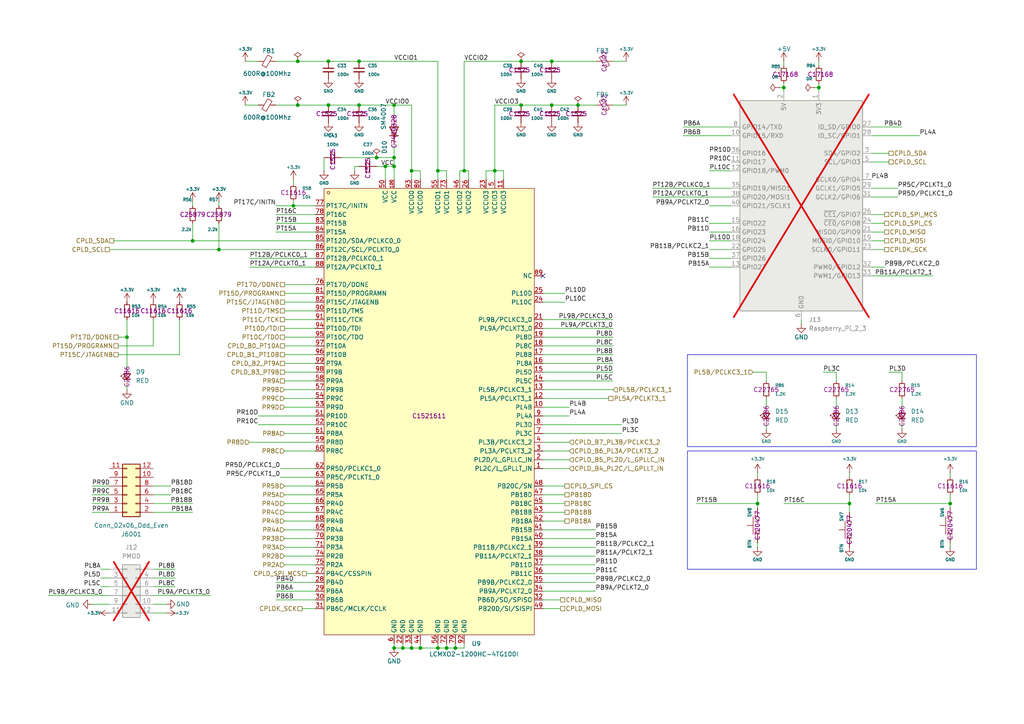
<source format=kicad_sch>
(kicad_sch (version 20250114) (generator "eeschema") (generator_version "9.0")
  (paper "A4")
  (rectangle (start 199.39 130.81) (end 283.21 165.1))
  (rectangle (start 199.39 102.87) (end 283.21 129.54))
  (junction (at 85.09 59.69))
  (junction (at 86.36 30.48))
  (junction (at 143.51 49.53))
  (junction (at 63.5 72.39))
  (junction (at 116.84 187.96))
  (junction (at 55.88 69.85))
  (junction (at 167.64 30.48))
  (junction (at 134.62 49.53))
  (junction (at 121.92 187.96))
  (junction (at 219.71 146.05))
  (junction (at 114.3 30.48))
  (junction (at 246.38 146.05))
  (junction (at 104.14 17.78))
  (junction (at 151.13 30.48))
  (junction (at 151.13 17.78))
  (junction (at 104.14 30.48))
  (junction (at 36.83 97.79))
  (junction (at 119.38 187.96))
  (junction (at 111.76 48.26))
  (junction (at 114.3 48.26))
  (junction (at 275.59 146.05))
  (junction (at 227.33 25.4))
  (junction (at 95.25 17.78))
  (junction (at 114.3 45.72))
  (junction (at 160.02 30.48))
  (junction (at 109.22 45.72))
  (junction (at 127 49.53))
  (junction (at 119.38 49.53))
  (junction (at 129.54 187.96))
  (junction (at 132.08 187.96))
  (junction (at 114.3 187.96))
  (junction (at 95.25 30.48))
  (junction (at 237.49 25.4))
  (junction (at 160.02 17.78))
  (junction (at 86.36 17.78))
  (junction (at 127 187.96))
  (no_connect (at 157.48 80.01))
  (wire (pts (xy 246.38 143.51) (xy 246.38 146.05)))
  (wire (pts (xy 63.5 72.39) (xy 91.44 72.39)))
  (wire (pts (xy 80.01 67.31) (xy 91.44 67.31)))
  (wire (pts (xy 72.39 128.27) (xy 91.44 128.27)))
  (wire (pts (xy 49.53 143.51) (xy 44.45 143.51)))
  (wire (pts (xy 227.33 25.4) (xy 227.33 26.67)))
  (wire (pts (xy 111.76 48.26) (xy 111.76 52.07)))
  (wire (pts (xy 219.71 146.05) (xy 219.71 147.32)))
  (wire (pts (xy 63.5 64.77) (xy 63.5 72.39)))
  (wire (pts (xy 82.55 115.57) (xy 91.44 115.57)))
  (wire (pts (xy 201.93 146.05) (xy 219.71 146.05)))
  (wire (pts (xy 119.38 186.69) (xy 119.38 187.96)))
  (wire (pts (xy 111.76 48.26) (xy 114.3 48.26)))
  (wire (pts (xy 140.97 52.07) (xy 140.97 49.53)))
  (wire (pts (xy 163.83 85.09) (xy 157.48 85.09)))
  (wire (pts (xy 254 146.05) (xy 275.59 146.05)))
  (wire (pts (xy 81.28 138.43) (xy 91.44 138.43)))
  (wire (pts (xy 104.14 17.78) (xy 127 17.78)))
  (wire (pts (xy 80.01 30.48) (xy 86.36 30.48)))
  (wire (pts (xy 219.71 143.51) (xy 219.71 146.05)))
  (wire (pts (xy 95.25 17.78) (xy 104.14 17.78)))
  (wire (pts (xy 36.83 111.76) (xy 36.83 113.03)))
  (wire (pts (xy 270.51 80.01) (xy 252.73 80.01)))
  (wire (pts (xy 237.49 25.4) (xy 237.49 26.67)))
  (wire (pts (xy 74.93 123.19) (xy 91.44 123.19)))
  (wire (pts (xy 205.74 77.47) (xy 212.09 77.47)))
  (wire (pts (xy 236.22 25.4) (xy 237.49 25.4)))
  (wire (pts (xy 34.29 100.33) (xy 44.45 100.33)))
  (wire (pts (xy 88.9 166.37) (xy 91.44 166.37)))
  (wire (pts (xy 143.51 49.53) (xy 143.51 52.07)))
  (wire (pts (xy 172.72 161.29) (xy 157.48 161.29)))
  (wire (pts (xy 82.55 100.33) (xy 91.44 100.33)))
  (wire (pts (xy 74.93 120.65) (xy 91.44 120.65)))
  (wire (pts (xy 49.53 140.97) (xy 44.45 140.97)))
  (wire (pts (xy 261.62 36.83) (xy 252.73 36.83)))
  (wire (pts (xy 127 186.69) (xy 127 187.96)))
  (wire (pts (xy 80.01 168.91) (xy 91.44 168.91)))
  (wire (pts (xy 219.71 137.16) (xy 219.71 138.43)))
  (wire (pts (xy 205.74 74.93) (xy 212.09 74.93)))
  (wire (pts (xy 114.3 41.91) (xy 114.3 45.72)))
  (wire (pts (xy 177.8 110.49) (xy 157.48 110.49)))
  (wire (pts (xy 82.55 118.11) (xy 91.44 118.11)))
  (wire (pts (xy 160.02 17.78) (xy 172.72 17.78)))
  (wire (pts (xy 82.55 153.67) (xy 91.44 153.67)))
  (wire (pts (xy 116.84 186.69) (xy 116.84 187.96)))
  (wire (pts (xy 82.55 158.75) (xy 91.44 158.75)))
  (wire (pts (xy 36.83 92.71) (xy 36.83 97.79)))
  (wire (pts (xy 227.33 17.78) (xy 227.33 19.05)))
  (wire (pts (xy 205.74 49.53) (xy 212.09 49.53)))
  (wire (pts (xy 176.53 115.57) (xy 157.48 115.57)))
  (wire (pts (xy 252.73 64.77) (xy 256.54 64.77)))
  (wire (pts (xy 227.33 146.05) (xy 246.38 146.05)))
  (wire (pts (xy 71.12 30.48) (xy 74.93 30.48)))
  (wire (pts (xy 165.1 133.35) (xy 157.48 133.35)))
  (wire (pts (xy 133.35 52.07) (xy 133.35 49.53)))
  (wire (pts (xy 114.3 30.48) (xy 119.38 30.48)))
  (wire (pts (xy 85.09 58.42) (xy 85.09 59.69)))
  (wire (pts (xy 86.36 30.48) (xy 95.25 30.48)))
  (wire (pts (xy 252.73 72.39) (xy 256.54 72.39)))
  (wire (pts (xy 237.49 17.78) (xy 237.49 19.05)))
  (wire (pts (xy 44.45 165.1) (xy 50.8 165.1)))
  (wire (pts (xy 44.45 167.64) (xy 50.8 167.64)))
  (wire (pts (xy 260.35 54.61) (xy 252.73 54.61)))
  (wire (pts (xy 257.81 107.95) (xy 261.62 107.95)))
  (wire (pts (xy 104.14 30.48) (xy 114.3 30.48)))
  (wire (pts (xy 55.88 146.05) (xy 44.45 146.05)))
  (wire (pts (xy 226.06 25.4) (xy 227.33 25.4)))
  (wire (pts (xy 127 187.96) (xy 129.54 187.96)))
  (wire (pts (xy 127 49.53) (xy 129.54 49.53)))
  (wire (pts (xy 44.45 100.33) (xy 44.45 92.71)))
  (wire (pts (xy 177.8 95.25) (xy 157.48 95.25)))
  (wire (pts (xy 172.72 156.21) (xy 157.48 156.21)))
  (wire (pts (xy 34.29 97.79) (xy 36.83 97.79)))
  (wire (pts (xy 80.01 171.45) (xy 91.44 171.45)))
  (wire (pts (xy 252.73 69.85) (xy 256.54 69.85)))
  (wire (pts (xy 275.59 143.51) (xy 275.59 146.05)))
  (wire (pts (xy 82.55 151.13) (xy 91.44 151.13)))
  (wire (pts (xy 219.71 157.48) (xy 219.71 158.75)))
  (wire (pts (xy 177.8 100.33) (xy 157.48 100.33)))
  (wire (pts (xy 134.62 17.78) (xy 134.62 49.53)))
  (wire (pts (xy 55.88 148.59) (xy 44.45 148.59)))
  (wire (pts (xy 72.39 77.47) (xy 91.44 77.47)))
  (wire (pts (xy 177.8 97.79) (xy 157.48 97.79)))
  (wire (pts (xy 160.02 17.78) (xy 151.13 17.78)))
  (wire (pts (xy 163.83 140.97) (xy 157.48 140.97)))
  (wire (pts (xy 157.48 173.99) (xy 162.56 173.99)))
  (wire (pts (xy 29.21 165.1) (xy 31.75 165.1)))
  (wire (pts (xy 177.8 113.03) (xy 157.48 113.03)))
  (wire (pts (xy 237.49 24.13) (xy 237.49 25.4)))
  (wire (pts (xy 275.59 146.05) (xy 275.59 147.32)))
  (wire (pts (xy 26.67 175.26) (xy 31.75 175.26)))
  (wire (pts (xy 177.8 107.95) (xy 157.48 107.95)))
  (wire (pts (xy 119.38 187.96) (xy 121.92 187.96)))
  (wire (pts (xy 114.3 45.72) (xy 114.3 48.26)))
  (wire (pts (xy 227.33 24.13) (xy 227.33 25.4)))
  (wire (pts (xy 172.72 153.67) (xy 157.48 153.67)))
  (wire (pts (xy 82.55 105.41) (xy 91.44 105.41)))
  (wire (pts (xy 127 17.78) (xy 127 49.53)))
  (wire (pts (xy 44.45 170.18) (xy 50.8 170.18)))
  (wire (pts (xy 82.55 140.97) (xy 91.44 140.97)))
  (wire (pts (xy 82.55 143.51) (xy 91.44 143.51)))
  (wire (pts (xy 82.55 113.03) (xy 91.44 113.03)))
  (wire (pts (xy 218.44 107.95) (xy 222.25 107.95)))
  (wire (pts (xy 82.55 163.83) (xy 91.44 163.83)))
  (wire (pts (xy 82.55 102.87) (xy 91.44 102.87)))
  (wire (pts (xy 114.3 187.96) (xy 116.84 187.96)))
  (wire (pts (xy 81.28 135.89) (xy 91.44 135.89)))
  (wire (pts (xy 114.3 48.26) (xy 114.3 52.07)))
  (wire (pts (xy 205.74 69.85) (xy 212.09 69.85)))
  (wire (pts (xy 119.38 49.53) (xy 119.38 52.07)))
  (wire (pts (xy 129.54 52.07) (xy 129.54 49.53)))
  (wire (pts (xy 93.98 45.72) (xy 93.98 49.53)))
  (wire (pts (xy 114.3 34.29) (xy 114.3 30.48)))
  (wire (pts (xy 36.83 97.79) (xy 36.83 106.68)))
  (wire (pts (xy 82.55 107.95) (xy 91.44 107.95)))
  (wire (pts (xy 13.97 172.72) (xy 31.75 172.72)))
  (wire (pts (xy 181.61 17.78) (xy 177.8 17.78)))
  (wire (pts (xy 26.67 146.05) (xy 31.75 146.05)))
  (wire (pts (xy 82.55 146.05) (xy 91.44 146.05)))
  (wire (pts (xy 189.23 57.15) (xy 212.09 57.15)))
  (wire (pts (xy 109.22 45.72) (xy 114.3 45.72)))
  (wire (pts (xy 172.72 166.37) (xy 157.48 166.37)))
  (wire (pts (xy 80.01 59.69) (xy 85.09 59.69)))
  (wire (pts (xy 242.57 107.95) (xy 242.57 110.49)))
  (wire (pts (xy 114.3 186.69) (xy 114.3 187.96)))
  (wire (pts (xy 177.8 105.41) (xy 157.48 105.41)))
  (wire (pts (xy 82.55 156.21) (xy 91.44 156.21)))
  (wire (pts (xy 143.51 30.48) (xy 151.13 30.48)))
  (wire (pts (xy 127 49.53) (xy 127 52.07)))
  (wire (pts (xy 275.59 137.16) (xy 275.59 138.43)))
  (wire (pts (xy 165.1 130.81) (xy 157.48 130.81)))
  (wire (pts (xy 165.1 135.89) (xy 157.48 135.89)))
  (wire (pts (xy 205.74 64.77) (xy 212.09 64.77)))
  (wire (pts (xy 180.34 123.19) (xy 157.48 123.19)))
  (wire (pts (xy 134.62 186.69) (xy 134.62 187.96)))
  (wire (pts (xy 172.72 158.75) (xy 157.48 158.75)))
  (wire (pts (xy 82.55 130.81) (xy 91.44 130.81)))
  (wire (pts (xy 242.57 115.57) (xy 242.57 118.11)))
  (wire (pts (xy 172.72 163.83) (xy 157.48 163.83)))
  (wire (pts (xy 26.67 148.59) (xy 31.75 148.59)))
  (wire (pts (xy 163.83 143.51) (xy 157.48 143.51)))
  (wire (pts (xy 181.61 30.48) (xy 177.8 30.48)))
  (wire (pts (xy 102.87 49.53) (xy 102.87 48.26)))
  (wire (pts (xy 163.83 87.63) (xy 157.48 87.63)))
  (wire (pts (xy 134.62 17.78) (xy 151.13 17.78)))
  (wire (pts (xy 222.25 123.19) (xy 222.25 124.46)))
  (wire (pts (xy 102.87 48.26) (xy 104.14 48.26)))
  (wire (pts (xy 52.07 102.87) (xy 52.07 92.71)))
  (wire (pts (xy 44.45 175.26) (xy 48.26 175.26)))
  (wire (pts (xy 135.89 49.53) (xy 135.89 52.07)))
  (wire (pts (xy 80.01 17.78) (xy 86.36 17.78)))
  (wire (pts (xy 172.72 171.45) (xy 157.48 171.45)))
  (wire (pts (xy 163.83 146.05) (xy 157.48 146.05)))
  (wire (pts (xy 82.55 110.49) (xy 91.44 110.49)))
  (wire (pts (xy 121.92 187.96) (xy 127 187.96)))
  (wire (pts (xy 198.12 36.83) (xy 212.09 36.83)))
  (wire (pts (xy 82.55 82.55) (xy 91.44 82.55)))
  (wire (pts (xy 86.36 17.78) (xy 95.25 17.78)))
  (wire (pts (xy 119.38 49.53) (xy 121.92 49.53)))
  (wire (pts (xy 72.39 74.93) (xy 91.44 74.93)))
  (wire (pts (xy 82.55 97.79) (xy 91.44 97.79)))
  (wire (pts (xy 95.25 30.48) (xy 104.14 30.48)))
  (wire (pts (xy 180.34 125.73) (xy 157.48 125.73)))
  (wire (pts (xy 266.7 39.37) (xy 252.73 39.37)))
  (wire (pts (xy 26.67 143.51) (xy 31.75 143.51)))
  (wire (pts (xy 205.74 67.31) (xy 212.09 67.31)))
  (wire (pts (xy 116.84 187.96) (xy 119.38 187.96)))
  (wire (pts (xy 80.01 64.77) (xy 91.44 64.77)))
  (wire (pts (xy 82.55 161.29) (xy 91.44 161.29)))
  (wire (pts (xy 82.55 85.09) (xy 91.44 85.09)))
  (wire (pts (xy 167.64 30.48) (xy 172.72 30.48)))
  (wire (pts (xy 82.55 90.17) (xy 91.44 90.17)))
  (wire (pts (xy 261.62 115.57) (xy 261.62 118.11)))
  (wire (pts (xy 80.01 62.23) (xy 91.44 62.23)))
  (wire (pts (xy 222.25 115.57) (xy 222.25 118.11)))
  (wire (pts (xy 177.8 92.71) (xy 157.48 92.71)))
  (wire (pts (xy 260.35 57.15) (xy 252.73 57.15)))
  (wire (pts (xy 29.21 170.18) (xy 31.75 170.18)))
  (wire (pts (xy 63.5 58.42) (xy 63.5 59.69)))
  (wire (pts (xy 222.25 107.95) (xy 222.25 110.49)))
  (wire (pts (xy 87.63 176.53) (xy 91.44 176.53)))
  (wire (pts (xy 80.01 173.99) (xy 91.44 173.99)))
  (wire (pts (xy 163.83 151.13) (xy 157.48 151.13)))
  (wire (pts (xy 26.67 140.97) (xy 31.75 140.97)))
  (wire (pts (xy 246.38 146.05) (xy 246.38 148.59)))
  (wire (pts (xy 252.73 62.23) (xy 256.54 62.23)))
  (wire (pts (xy 85.09 59.69) (xy 91.44 59.69)))
  (wire (pts (xy 165.1 128.27) (xy 157.48 128.27)))
  (wire (pts (xy 163.83 148.59) (xy 157.48 148.59)))
  (wire (pts (xy 165.1 120.65) (xy 157.48 120.65)))
  (wire (pts (xy 140.97 49.53) (xy 143.51 49.53)))
  (wire (pts (xy 160.02 30.48) (xy 151.13 30.48)))
  (wire (pts (xy 167.64 30.48) (xy 160.02 30.48)))
  (wire (pts (xy 85.09 52.07) (xy 85.09 53.34)))
  (wire (pts (xy 143.51 30.48) (xy 143.51 49.53)))
  (wire (pts (xy 29.21 167.64) (xy 31.75 167.64)))
  (wire (pts (xy 119.38 30.48) (xy 119.38 49.53)))
  (wire (pts (xy 146.05 49.53) (xy 146.05 52.07)))
  (wire (pts (xy 31.75 72.39) (xy 63.5 72.39)))
  (wire (pts (xy 44.45 177.8) (xy 48.26 177.8)))
  (wire (pts (xy 82.55 87.63) (xy 91.44 87.63)))
  (wire (pts (xy 261.62 107.95) (xy 261.62 110.49)))
  (wire (pts (xy 99.06 45.72) (xy 109.22 45.72)))
  (wire (pts (xy 252.73 67.31) (xy 256.54 67.31)))
  (wire (pts (xy 198.12 39.37) (xy 212.09 39.37)))
  (wire (pts (xy 132.08 186.69) (xy 132.08 187.96)))
  (wire (pts (xy 275.59 157.48) (xy 275.59 158.75)))
  (wire (pts (xy 121.92 186.69) (xy 121.92 187.96)))
  (wire (pts (xy 33.02 69.85) (xy 55.88 69.85)))
  (wire (pts (xy 134.62 49.53) (xy 135.89 49.53)))
  (wire (pts (xy 55.88 64.77) (xy 55.88 69.85)))
  (wire (pts (xy 82.55 92.71) (xy 91.44 92.71)))
  (wire (pts (xy 246.38 137.16) (xy 246.38 138.43)))
  (wire (pts (xy 55.88 69.85) (xy 91.44 69.85)))
  (wire (pts (xy 165.1 118.11) (xy 157.48 118.11)))
  (wire (pts (xy 55.88 58.42) (xy 55.88 59.69)))
  (wire (pts (xy 257.81 44.45) (xy 252.73 44.45)))
  (wire (pts (xy 121.92 49.53) (xy 121.92 52.07)))
  (wire (pts (xy 261.62 123.19) (xy 261.62 124.46)))
  (wire (pts (xy 242.57 123.19) (xy 242.57 124.46)))
  (wire (pts (xy 71.12 17.78) (xy 74.93 17.78)))
  (wire (pts (xy 162.56 176.53) (xy 157.48 176.53)))
  (wire (pts (xy 189.23 54.61) (xy 212.09 54.61)))
  (wire (pts (xy 177.8 102.87) (xy 157.48 102.87)))
  (wire (pts (xy 129.54 187.96) (xy 132.08 187.96)))
  (wire (pts (xy 257.81 46.99) (xy 252.73 46.99)))
  (wire (pts (xy 132.08 187.96) (xy 134.62 187.96)))
  (wire (pts (xy 143.51 49.53) (xy 146.05 49.53)))
  (wire (pts (xy 232.41 92.71) (xy 232.41 93.98)))
  (wire (pts (xy 256.54 77.47) (xy 252.73 77.47)))
  (wire (pts (xy 172.72 168.91) (xy 157.48 168.91)))
  (wire (pts (xy 238.76 107.95) (xy 242.57 107.95)))
  (wire (pts (xy 133.35 49.53) (xy 134.62 49.53)))
  (wire (pts (xy 109.22 48.26) (xy 111.76 48.26)))
  (wire (pts (xy 82.55 148.59) (xy 91.44 148.59)))
  (wire (pts (xy 82.55 95.25) (xy 91.44 95.25)))
  (wire (pts (xy 34.29 102.87) (xy 52.07 102.87)))
  (wire (pts (xy 129.54 186.69) (xy 129.54 187.96)))
  (wire (pts (xy 205.74 72.39) (xy 212.09 72.39)))
  (wire (pts (xy 205.74 59.69) (xy 212.09 59.69)))
  (wire (pts (xy 60.96 172.72) (xy 44.45 172.72)))
  (wire (pts (xy 82.55 125.73) (xy 91.44 125.73)))
  (label "PL8B" (at 50.8 165.1 180))
  (label "PB11A/PCLKT2_1" (at 172.72 161.29 0))
  (label "PB6B" (at 80.01 173.99 0))
  (label "PT12A/PCLKT0_1" (at 189.23 57.15 0))
  (label "PL10D" (at 163.83 85.09 0))
  (label "PT15B" (at 201.93 146.05 0))
  (label "PB6A" (at 80.01 171.45 0))
  (label "PB9B/PCLKC2_0" (at 172.72 168.91 0))
  (label "PB15B" (at 205.74 74.93 180))
  (label "PT12A/PCLKT0_1" (at 72.39 77.47 0))
  (label "PR10C" (at 74.93 123.19 180))
  (label "PL10D" (at 205.74 69.85 0))
  (label "PL3D" (at 180.34 123.19 0))
  (label "PT17C/INITN" (at 80.01 59.69 180))
  (label "PR5D/PCLKC1_0" (at 260.35 57.15 0))
  (label "PR9D" (at 26.67 140.97 0))
  (label "PR5D/PCLKC1_0" (at 81.28 135.89 180))
  (label "PT12B/PCLKC0_1" (at 189.23 54.61 0))
  (label "PL4A" (at 165.1 120.65 0))
  (label "PB11D" (at 172.72 163.83 0))
  (label "PR5C/PCLKT1_0" (at 81.28 138.43 180))
  (label "PR9C" (at 26.67 143.51 0))
  (label "PB18A" (at 55.88 148.59 180))
  (label "PL8C" (at 50.8 170.18 180))
  (label "PR9B" (at 26.67 146.05 0))
  (label "PB4D" (at 261.62 36.83 180))
  (label "PB6A" (at 198.12 36.83 0))
  (label "PL4A" (at 266.7 39.37 0))
  (label "PR9A" (at 26.67 148.59 0))
  (label "PB18D" (at 49.53 140.97 0))
  (label "PL5D" (at 177.8 107.95 180))
  (label "PL9B/PCLKC3_0" (at 13.97 172.72 0))
  (label "PB11C" (at 205.74 64.77 180))
  (label "VCCIO2" (at 134.62 17.78 0))
  (label "PB4D" (at 80.01 168.91 0))
  (label "PR10D" (at 74.93 120.65 180))
  (label "PL8B" (at 177.8 102.87 180))
  (label "PB6B" (at 198.12 39.37 0))
  (label "PB9B/PCLKC2_0" (at 256.54 77.47 0))
  (label "PL5C" (at 29.21 170.18 180))
  (label "PB11D" (at 205.74 67.31 180))
  (label "PL5D" (at 29.21 167.64 180))
  (label "PL8D" (at 177.8 97.79 180))
  (label "PL9A/PCLKT3_0" (at 177.8 95.25 180))
  (label "PB9A/PCLKT2_0" (at 172.72 171.45 0))
  (label "PB15B" (at 172.72 153.67 0))
  (label "PB11B/PCLKC2_1" (at 205.74 72.39 180))
  (label "PL3D" (at 257.81 107.95 0))
  (label "PB9A/PCLKT2_0" (at 205.74 59.69 180))
  (label "PT15B" (at 80.01 64.77 0))
  (label "PL3C" (at 238.76 107.95 0))
  (label "PL4B" (at 252.73 52.07 0))
  (label "PT15A" (at 254 146.05 0))
  (label "PB11A/PCLKT2_1" (at 270.51 80.01 180))
  (label "PL9B/PCLKC3_0" (at 177.8 92.71 180))
  (label "PT16C" (at 80.01 62.23 0))
  (label "VCCIO3" (at 143.51 30.48 0))
  (label "PL9A/PCLKT3_0" (at 60.96 172.72 180))
  (label "PT12B/PCLKC0_1" (at 72.39 74.93 0))
  (label "PL10C" (at 163.83 87.63 0))
  (label "VCCIO0" (at 111.76 30.48 0))
  (label "PL8A" (at 29.21 165.1 180))
  (label "PL4B" (at 165.1 118.11 0))
  (label "PB15A" (at 172.72 156.21 0))
  (label "PL8D" (at 50.8 167.64 180))
  (label "PR5C/PCLKT1_0" (at 260.35 54.61 0))
  (label "PB15A" (at 205.74 77.47 180))
  (label "PL8A" (at 177.8 105.41 180))
  (label "VCC" (at 110.49 48.26 0))
  (label "PB11B/PCLKC2_1" (at 172.72 158.75 0))
  (label "PB18B" (at 55.88 146.05 180))
  (label "PL5C" (at 177.8 110.49 180))
  (label "PR10C" (at 212.09 46.99 180))
  (label "PB18C" (at 49.53 143.51 0))
  (label "PL8C" (at 177.8 100.33 180))
  (label "PB11C" (at 172.72 166.37 0))
  (label "PL3C" (at 180.34 125.73 0))
  (label "PL10C" (at 205.74 49.53 0))
  (label "PT16C" (at 227.33 146.05 0))
  (label "VCCIO1" (at 114.3 17.78 0))
  (label "PT15A" (at 80.01 67.31 0))
  (label "PR10D" (at 212.09 44.45 180))
  (hierarchical_label "CPLD_B0_PT10A" (shape passive) (at 82.55 100.33 180))
  (hierarchical_label "PR9A" (shape passive) (at 82.55 110.49 180))
  (hierarchical_label "PR9B" (shape input) (at 82.55 113.03 180))
  (hierarchical_label "CPLD_SDA" (shape passive) (at 33.02 69.85 180))
  (hierarchical_label "PB18A" (shape passive) (at 163.83 151.13 0))
  (hierarchical_label "PR8C" (shape input) (at 82.55 130.81 180))
  (hierarchical_label "PR2A" (shape input) (at 82.55 163.83 180))
  (hierarchical_label "CPLD_SPI_MCS" (shape passive) (at 256.54 62.23 0))
  (hierarchical_label "PR3A" (shape input) (at 82.55 158.75 180))
  (hierarchical_label "CPLD_MISO" (shape passive) (at 256.54 67.31 0))
  (hierarchical_label "PR4B" (shape input) (at 82.55 151.13 180))
  (hierarchical_label "PR2B" (shape input) (at 82.55 161.29 180))
  (hierarchical_label "PT11C/TCK" (shape passive) (at 82.55 92.71 180))
  (hierarchical_label "CPLD_SDA" (shape passive) (at 257.81 44.45 0))
  (hierarchical_label "PR9D" (shape input) (at 82.55 118.11 180))
  (hierarchical_label "PR9C" (shape input) (at 82.55 115.57 180))
  (hierarchical_label "PR5B" (shape input) (at 82.55 140.97 180))
  (hierarchical_label "CPLD_B7_PL3B{slash}PCLKC3_2" (shape input) (at 165.1 128.27 0))
  (hierarchical_label "PT11D/TMS" (shape passive) (at 82.55 90.17 180))
  (hierarchical_label "PB18C" (shape passive) (at 163.83 146.05 0))
  (hierarchical_label "PR8A" (shape input) (at 82.55 125.73 180))
  (hierarchical_label "PT15C/JTAGENB" (shape passive) (at 82.55 87.63 180))
  (hierarchical_label "CPLD_MOSI" (shape passive) (at 162.56 176.53 0))
  (hierarchical_label "PR8D" (shape input) (at 72.39 128.27 180))
  (hierarchical_label "CPLD_MOSI" (shape passive) (at 256.54 69.85 0))
  (hierarchical_label "PT17D/DONE" (shape passive) (at 34.29 97.79 180))
  (hierarchical_label "CPLD_B1_PT10B" (shape passive) (at 82.55 102.87 180))
  (hierarchical_label "PT15D/PROGRAMN" (shape passive) (at 34.29 100.33 180))
  (hierarchical_label "PL5B{slash}PCLKC3_1" (shape input) (at 177.8 113.03 0))
  (hierarchical_label "PR4D" (shape input) (at 82.55 146.05 180))
  (hierarchical_label "PT10C/TDO" (shape passive) (at 82.55 97.79 180))
  (hierarchical_label "CPLD_SPI_MCS" (shape passive) (at 88.9 166.37 180))
  (hierarchical_label "CPLD_SPI_CS" (shape passive) (at 163.83 140.97 0))
  (hierarchical_label "PT15D/PROGRAMN" (shape passive) (at 82.55 85.09 180))
  (hierarchical_label "PT10D/TDI" (shape passive) (at 82.55 95.25 180))
  (hierarchical_label "CPLD_B6_PL3A{slash}PCLKT3_2" (shape input) (at 165.1 130.81 0))
  (hierarchical_label "CPLD_B3_PT9B" (shape passive) (at 82.55 107.95 180))
  (hierarchical_label "CPLDK_SCK" (shape passive) (at 256.54 72.39 0))
  (hierarchical_label "CPLD_SCL" (shape passive) (at 31.75 72.39 180))
  (hierarchical_label "CPLD_MISO" (shape passive) (at 162.56 173.99 0))
  (hierarchical_label "CPLD_SPI_CS" (shape passive) (at 256.54 64.77 0))
  (hierarchical_label "PR4A" (shape input) (at 82.55 153.67 180))
  (hierarchical_label "PB18D" (shape passive) (at 163.83 143.51 0))
  (hierarchical_label "PT17D/DONE" (shape passive) (at 82.55 82.55 180))
  (hierarchical_label "CPLD_B2_PT9A" (shape passive) (at 82.55 105.41 180))
  (hierarchical_label "PT15C/JTAGENB" (shape passive) (at 34.29 102.87 180))
  (hierarchical_label "PL5A/PCLKT3_1" (shape passive) (at 176.53 115.57 0))
  (hierarchical_label "PR5A" (shape input) (at 82.55 143.51 180))
  (hierarchical_label "CPLDK_SCK" (shape passive) (at 87.63 176.53 180))
  (hierarchical_label "CPLD_SCL" (shape passive) (at 257.81 46.99 0))
  (hierarchical_label "PR3B" (shape input) (at 82.55 156.21 180))
  (hierarchical_label "PR4C" (shape input) (at 82.55 148.59 180))
  (hierarchical_label "CPLD_B5_PL2D{slash}L_GPLLC_IN" (shape input) (at 165.1 133.35 0))
  (hierarchical_label "PB18B" (shape passive) (at 163.83 148.59 0))
  (hierarchical_label "PL5B{slash}PCLKC3_1" (shape input) (at 218.44 107.95 180))
  (hierarchical_label "CPLD_B4_PL2C{slash}L_GPLLT_IN" (shape input) (at 165.1 135.89 0))
  (symbol (lib_id "Switch:SW_Push") (at 275.59 152.4 90) (unit 1)
    (property "Reference" "SW6" (at 273.304 148.59 0) (effects (font (size 0.889 0.889))))
    (property "Value" "BTN" (at 273.304 157.734 0) (effects (font (size 0.889 0.889))))
    (property "Footprint" "EasyEDA_Lib:SW-SMD_L3.9-W3.0-P4.45" (effects (hide yes)))
    (property "Description" "Push button switch, generic, two pins" (effects (hide yes)))
    (property "LCSC" "C720477" (at 275.59 152.4 0))
  )
  (symbol (lib_id "power:+3.3V") (at 181.61 30.48 0) (mirror y) (unit 1)
    (property "Reference" "#PWR0133" (effects (hide yes)))
    (property "Value" "+3.3V" (at 181.61 26.924 0) (effects (font (size 0.889 0.889))))
    (property "Description" "Power symbol creates a global label with name \"+3.3V\"" (effects (hide yes)))
  )
  (symbol (lib_id "Device:C_Small") (at 160.02 33.02 0) (mirror y) (unit 1)
    (property "Reference" "C41" (at 157.48 31.7562 0) (effects (font (size 0.889 0.889)) (justify left)))
    (property "Value" "100n" (at 157.48 34.2962 0) (effects (font (size 0.889 0.889)) (justify left)))
    (property "Footprint" "Capacitor_SMD:C_0402_1005Metric" (effects (hide yes)))
    (property "Description" "Unpolarized capacitor, small symbol" (effects (hide yes)))
    (property "LCSC" "C1525 " (at 160.02 33.02 0))
  )
  (symbol (lib_id "power:GND") (at 36.83 113.03 0) (unit 1)
    (property "Reference" "#PWR0111" (effects (hide yes)))
    (property "Value" "GND" (at 36.83 116.84 0))
    (property "Description" "Power symbol creates a global label with name \"GND\" , ground" (effects (hide yes)))
  )
  (symbol (lib_id "power:+3.3V") (at 181.61 17.78 0) (mirror y) (unit 1)
    (property "Reference" "#PWR0132" (effects (hide yes)))
    (property "Value" "+3.3V" (at 181.61 14.224 0) (effects (font (size 0.889 0.889))))
    (property "Description" "Power symbol creates a global label with name \"+3.3V\"" (effects (hide yes)))
  )
  (symbol (lib_id "Device:R_Small") (at 246.38 140.97 0) (unit 1)
    (property "Reference" "R17" (at 248.92 139.6999 0) (effects (font (size 0.889 0.889)) (justify left)))
    (property "Value" "10k" (at 248.92 142.2399 0) (effects (font (size 0.889 0.889)) (justify left)))
    (property "Footprint" "Resistor_SMD:R_0402_1005Metric" (effects (hide yes)))
    (property "Description" "Resistor, small symbol" (effects (hide yes)))
    (property "LCSC" "C11616" (at 246.38 140.97 0))
  )
  (symbol (lib_id "Device:C_Small") (at 104.14 20.32 0) (unit 1)
    (property "Reference" "C35" (at 106.68 19.0562 0) (effects (font (size 0.889 0.889)) (justify left)))
    (property "Value" "100n" (at 106.68 21.5962 0) (effects (font (size 0.889 0.889)) (justify left)))
    (property "Footprint" "Capacitor_SMD:C_0402_1005Metric" (effects (hide yes)))
    (property "Description" "Unpolarized capacitor, small symbol" (effects (hide yes)))
    (property "LCSC" "C1525 " (effects (hide yes)))
  )
  (symbol (lib_id "power:GND") (at 167.64 35.56 0) (mirror y) (unit 1)
    (property "Reference" "#PWR0131" (effects (hide yes)))
    (property "Value" "GND" (at 167.64 39.116 0) (effects (font (size 0.889 0.889))))
    (property "Description" "Power symbol creates a global label with name \"GND\" , ground" (effects (hide yes)))
  )
  (symbol (lib_id "power:+3.3V") (at 85.09 52.07 0) (unit 1)
    (property "Reference" "#PWR0120" (effects (hide yes)))
    (property "Value" "+3.3V" (at 85.09 48.514 0) (effects (font (size 0.889 0.889))))
    (property "Description" "Power symbol creates a global label with name \"+3.3V\"" (effects (hide yes)))
  )
  (symbol (lib_id "power:GND") (at 95.25 35.56 0) (unit 1)
    (property "Reference" "#PWR0122" (effects (hide yes)))
    (property "Value" "GND" (at 95.25 39.116 0) (effects (font (size 0.889 0.889))))
    (property "Description" "Power symbol creates a global label with name \"GND\" , ground" (effects (hide yes)))
  )
  (symbol (lib_id "power:+3.3V") (at 71.12 17.78 0) (unit 1)
    (property "Reference" "#PWR0118" (effects (hide yes)))
    (property "Value" "+3.3V" (at 71.12 14.224 0) (effects (font (size 0.889 0.889))))
    (property "Description" "Power symbol creates a global label with name \"+3.3V\"" (effects (hide yes)))
  )
  (symbol (lib_id "Connector_Generic:Conn_02x06_Odd_Even") (at 36.83 170.18 0) (unit 1) (in_bom no) (dnp yes)
    (property "Reference" "J12" (at 38.1 158.75 0))
    (property "Value" "PMOD" (at 38.1 161.29 0))
    (property "Footprint" "Connector_PinSocket_2.54mm:PinSocket_2x06_P2.54mm_Horizontal" (effects (hide yes)))
    (property "Description" "Generic connector, double row, 02x06, odd/even pin numbering scheme (row 1 odd numbers, row 2 even numbers), script generated (kicad-library-utils/schlib/autogen/connector/)" (effects (hide yes)))
    (property "LCSC" "~" (at 36.83 170.18 0))
  )
  (symbol (lib_id "power:+3.3V") (at 31.75 177.8 90) (unit 1)
    (property "Reference" "#PWR0109" (effects (hide yes)))
    (property "Value" "+3.3V" (at 27.178 177.8 90) (effects (font (size 0.889 0.889))))
    (property "Description" "Power symbol creates a global label with name \"+3.3V\"" (effects (hide yes)))
  )
  (symbol (lib_id "power:GND") (at 219.71 158.75 0) (unit 1)
    (property "Reference" "#PWR0171" (effects (hide yes)))
    (property "Value" "GND" (at 219.71 162.306 0) (effects (font (size 0.889 0.889))))
    (property "Description" "Power symbol creates a global label with name \"GND\" , ground" (effects (hide yes)))
  )
  (symbol (lib_id "power:GND") (at 95.25 22.86 0) (unit 1)
    (property "Reference" "#PWR0140" (effects (hide yes)))
    (property "Value" "GND" (at 95.25 26.416 0) (effects (font (size 0.889 0.889))))
    (property "Description" "Power symbol creates a global label with name \"GND\" , ground" (effects (hide yes)))
  )
  (symbol (lib_id "power:PWR_FLAG") (at 151.13 17.78 0) (unit 1)
    (property "Reference" "#FLG06003" (effects (hide yes)))
    (property "Value" "PWR_FLAG" (effects (hide yes)))
    (property "Description" "Special symbol for telling ERC where power comes from" (effects (hide yes)))
  )
  (symbol (lib_id "power:GND") (at 275.59 158.75 0) (unit 1)
    (property "Reference" "#PWR035" (effects (hide yes)))
    (property "Value" "GND" (at 275.59 162.306 0) (effects (font (size 0.889 0.889))))
    (property "Description" "Power symbol creates a global label with name \"GND\" , ground" (effects (hide yes)))
  )
  (symbol (lib_id "power:+3.3V") (at 36.83 87.63 0) (unit 1)
    (property "Reference" "#PWR0110" (effects (hide yes)))
    (property "Value" "+3.3V" (at 36.83 84.074 0) (effects (font (size 0.889 0.889))))
    (property "Description" "Power symbol creates a global label with name \"+3.3V\"" (effects (hide yes)))
  )
  (symbol (lib_id "Device:FerriteBead_Small") (at 175.26 17.78 270) (mirror x) (unit 1)
    (property "Reference" "FB3" (at 174.752 14.732 90))
    (property "Value" "600R@100Mhz" (effects (hide yes)))
    (property "Footprint" "Inductor_SMD:L_0603_1608Metric" (effects (hide yes)))
    (property "Description" "Ferrite bead, small symbol" (effects (hide yes)))
    (property "LCSC" "C1002" (at 175.26 17.78 0))
  )
  (symbol (lib_id "Device:LED_Small") (at 242.57 120.65 90) (unit 1)
    (property "Reference" "D13" (at 245.11 119.3164 90) (effects (justify right)))
    (property "Value" "RED" (at 245.11 121.8564 90) (effects (justify right)))
    (property "Footprint" "LED_SMD:LED_0603_1608Metric" (effects (hide yes)))
    (property "Description" "Light emitting diode, small symbol" (effects (hide yes)))
    (property "LCSC" "C2286" (at 242.57 120.65 0))
  )
  (symbol (lib_id "power:GND") (at 160.02 22.86 0) (mirror y) (unit 1)
    (property "Reference" "#PWR0129" (effects (hide yes)))
    (property "Value" "GND" (at 160.02 26.416 0) (effects (font (size 0.889 0.889))))
    (property "Description" "Power symbol creates a global label with name \"GND\" , ground" (effects (hide yes)))
  )
  (symbol (lib_id "Device:LED_Small") (at 222.25 120.65 90) (unit 1)
    (property "Reference" "D15" (at 224.79 119.3164 90) (effects (justify right)))
    (property "Value" "RED" (at 224.79 121.8564 90) (effects (justify right)))
    (property "Footprint" "LED_SMD:LED_0603_1608Metric" (effects (hide yes)))
    (property "Description" "Light emitting diode, small symbol" (effects (hide yes)))
    (property "LCSC" "C2286" (at 222.25 120.65 0))
  )
  (symbol (lib_id "Device:R_Small") (at 63.5 62.23 180) (unit 1)
    (property "Reference" "R57" (at 61.976 57.912 0) (effects (font (size 0.889 0.889))))
    (property "Value" "2.2k" (at 61.722 66.548 0) (effects (font (size 0.889 0.889))))
    (property "Footprint" "Resistor_SMD:R_0402_1005Metric" (effects (hide yes)))
    (property "Description" "Resistor, small symbol" (effects (hide yes)))
    (property "LCSC" "C25879" (at 63.5 62.23 0))
  )
  (symbol (lib_id "power:+3.3V") (at 63.5 58.42 0) (unit 1)
    (property "Reference" "#PWR0117" (effects (hide yes)))
    (property "Value" "+3.3V" (at 63.5 54.864 0) (effects (font (size 0.889 0.889))))
    (property "Description" "Power symbol creates a global label with name \"+3.3V\"" (effects (hide yes)))
  )
  (symbol (lib_id "power:+3.3V") (at 275.59 137.16 0) (unit 1)
    (property "Reference" "#PWR036" (effects (hide yes)))
    (property "Value" "+3.3V" (at 275.59 133.096 0) (effects (font (size 0.889 0.889))))
    (property "Description" "Power symbol creates a global label with name \"+3.3V\"" (effects (hide yes)))
  )
  (symbol (lib_id "power:GND") (at 114.3 187.96 0) (unit 1)
    (property "Reference" "#PWR0126" (effects (hide yes)))
    (property "Value" "GND" (at 114.3 191.77 0))
    (property "Description" "Power symbol creates a global label with name \"GND\" , ground" (effects (hide yes)))
  )
  (symbol (lib_id "Device:C_Small") (at 167.64 33.02 0) (mirror y) (unit 1)
    (property "Reference" "C42" (at 165.1 31.7562 0) (effects (font (size 0.889 0.889)) (justify left)))
    (property "Value" "100n" (at 165.1 34.2962 0) (effects (font (size 0.889 0.889)) (justify left)))
    (property "Footprint" "Capacitor_SMD:C_0402_1005Metric" (effects (hide yes)))
    (property "Description" "Unpolarized capacitor, small symbol" (effects (hide yes)))
    (property "LCSC" "C1525 " (at 167.64 33.02 0))
  )
  (symbol (lib_id "Device:R_Small") (at 227.33 21.59 180) (unit 1)
    (property "Reference" "R85" (at 225.044 19.304 0) (effects (font (size 0.889 0.889))))
    (property "Value" "0R" (at 224.79 22.352 0) (effects (font (size 0.889 0.889))))
    (property "Footprint" "Resistor_SMD:R_0402_1005Metric" (effects (hide yes)))
    (property "Description" "Resistor, small symbol" (effects (hide yes)))
    (property "LCSC" " C17168" (at 227.33 21.59 0))
  )
  (symbol (lib_id "power:GND") (at 93.98 49.53 0) (unit 1)
    (property "Reference" "#PWR0137" (effects (hide yes)))
    (property "Value" "GND" (at 93.98 53.086 0) (effects (font (size 0.889 0.889))))
    (property "Description" "Power symbol creates a global label with name \"GND\" , ground" (effects (hide yes)))
  )
  (symbol (lib_id "Device:FerriteBead_Small") (at 77.47 30.48 90) (unit 1)
    (property "Reference" "FB2" (at 77.978 27.432 90))
    (property "Value" "600R@100Mhz" (at 77.47 34.036 90))
    (property "Footprint" "Inductor_SMD:L_0603_1608Metric" (effects (hide yes)))
    (property "Description" "Ferrite bead, small symbol" (effects (hide yes)))
    (property "LCSC" "C1002" (effects (hide yes)))
  )
  (symbol (lib_id "power:GND") (at 160.02 35.56 0) (mirror y) (unit 1)
    (property "Reference" "#PWR0130" (effects (hide yes)))
    (property "Value" "GND" (at 160.02 39.116 0) (effects (font (size 0.889 0.889))))
    (property "Description" "Power symbol creates a global label with name \"GND\" , ground" (effects (hide yes)))
  )
  (symbol (lib_id "power:+3.3V") (at 44.45 87.63 0) (unit 1)
    (property "Reference" "#PWR0112" (effects (hide yes)))
    (property "Value" "+3.3V" (at 44.45 84.074 0) (effects (font (size 0.889 0.889))))
    (property "Description" "Power symbol creates a global label with name \"+3.3V\"" (effects (hide yes)))
  )
  (symbol (lib_id "power:GND") (at 104.14 22.86 0) (unit 1)
    (property "Reference" "#PWR0136" (effects (hide yes)))
    (property "Value" "GND" (at 104.14 26.416 0) (effects (font (size 0.889 0.889))))
    (property "Description" "Power symbol creates a global label with name \"GND\" , ground" (effects (hide yes)))
  )
  (symbol (lib_id "Device:C_Small") (at 151.13 20.32 0) (mirror y) (unit 1)
    (property "Reference" "C38" (at 148.59 19.0562 0) (effects (font (size 0.889 0.889)) (justify left)))
    (property "Value" "100n" (at 148.59 21.5962 0) (effects (font (size 0.889 0.889)) (justify left)))
    (property "Footprint" "Capacitor_SMD:C_0402_1005Metric" (effects (hide yes)))
    (property "Description" "Unpolarized capacitor, small symbol" (effects (hide yes)))
    (property "LCSC" "C1525 " (at 151.13 20.32 0))
  )
  (symbol (lib_id "Connector:Raspberry_Pi_2_3") (at 232.41 59.69 0) (unit 1) (in_bom no) (dnp yes)
    (property "Reference" "J13" (at 234.5533 92.71 0) (effects (justify left)))
    (property "Value" "Raspberry_Pi_2_3" (at 234.5533 95.25 0) (effects (justify left)))
    (property "Footprint" "Connector_PinHeader_2.54mm:PinHeader_2x20_P2.54mm_Vertical" (effects (hide yes)))
    (property "Datasheet" "https://www.raspberrypi.org/documentation/hardware/raspberrypi/schematics/rpi_SCH_3bplus_1p0_reduced.pdf" (effects (hide yes)))
    (property "Description" "expansion header for Raspberry Pi 2 & 3" (effects (hide yes)))
    (property "LCSC" "~" (at 232.41 59.69 0))
  )
  (symbol (lib_id "power:PWR_FLAG") (at 167.64 30.48 0) (unit 1)
    (property "Reference" "#FLG06004" (effects (hide yes)))
    (property "Value" "PWR_FLAG" (effects (hide yes)))
    (property "Description" "Special symbol for telling ERC where power comes from" (effects (hide yes)))
  )
  (symbol (lib_id "power:+5V") (at 227.33 17.78 0) (unit 1)
    (property "Reference" "#PWR06001" (effects (hide yes)))
    (property "Value" "+5V" (at 227.33 14.224 0))
    (property "Description" "Power symbol creates a global label with name \"+5V\"" (effects (hide yes)))
  )
  (symbol (lib_id "power:GND") (at 242.57 124.46 0) (unit 1)
    (property "Reference" "#PWR032" (effects (hide yes)))
    (property "Value" "GND" (at 242.57 128.016 0) (effects (font (size 0.889 0.889))))
    (property "Description" "Power symbol creates a global label with name \"GND\" , ground" (effects (hide yes)))
  )
  (symbol (lib_id "Device:C_Small") (at 95.25 33.02 0) (unit 1)
    (property "Reference" "C34" (at 97.79 31.7562 0) (effects (font (size 0.889 0.889)) (justify left)))
    (property "Value" "100n" (at 97.79 34.2962 0) (effects (font (size 0.889 0.889)) (justify left)))
    (property "Footprint" "Capacitor_SMD:C_0402_1005Metric" (effects (hide yes)))
    (property "Description" "Unpolarized capacitor, small symbol" (effects (hide yes)))
    (property "LCSC" "C1525 " (at 95.25 33.02 0))
  )
  (symbol (lib_id "Switch:SW_Push") (at 246.38 153.67 90) (unit 1)
    (property "Reference" "SW7" (at 244.094 149.86 0) (effects (font (size 0.889 0.889))))
    (property "Value" "BTN" (at 244.094 159.004 0) (effects (font (size 0.889 0.889))))
    (property "Footprint" "EasyEDA_Lib:SW-SMD_L3.9-W3.0-P4.45" (effects (hide yes)))
    (property "Description" "Push button switch, generic, two pins" (effects (hide yes)))
    (property "LCSC" "C720477" (at 246.38 153.67 0))
  )
  (symbol (lib_id "Device:R_Small") (at 242.57 113.03 0) (unit 1)
    (property "Reference" "R14" (at 245.11 111.76 0) (effects (font (size 0.889 0.889)) (justify left)))
    (property "Value" "1.2K" (at 245.11 114.3 0) (effects (font (size 0.889 0.889)) (justify left)))
    (property "Footprint" "Resistor_SMD:R_0603_1608Metric" (effects (hide yes)))
    (property "Description" "Resistor, small symbol" (effects (hide yes)))
    (property "LCSC" "C22765" (at 242.57 113.03 0))
  )
  (symbol (lib_id "Device:C_Small") (at 160.02 20.32 0) (mirror y) (unit 1)
    (property "Reference" "C40" (at 157.48 19.0562 0) (effects (font (size 0.889 0.889)) (justify left)))
    (property "Value" "100n" (at 157.48 21.5962 0) (effects (font (size 0.889 0.889)) (justify left)))
    (property "Footprint" "Capacitor_SMD:C_0402_1005Metric" (effects (hide yes)))
    (property "Description" "Unpolarized capacitor, small symbol" (effects (hide yes)))
    (property "LCSC" "C1525 " (at 160.02 20.32 0))
  )
  (symbol (lib_id "power:+3.3V") (at 246.38 137.16 0) (unit 1)
    (property "Reference" "#PWR037" (effects (hide yes)))
    (property "Value" "+3.3V" (at 246.38 133.096 0) (effects (font (size 0.889 0.889))))
    (property "Description" "Power symbol creates a global label with name \"+3.3V\"" (effects (hide yes)))
  )
  (symbol (lib_id "power:PWR_FLAG") (at 109.22 45.72 0) (unit 1)
    (property "Reference" "#FLG06005" (effects (hide yes)))
    (property "Value" "PWR_FLAG" (effects (hide yes)))
    (property "Description" "Special symbol for telling ERC where power comes from" (effects (hide yes)))
  )
  (symbol (lib_id "power:GND") (at 26.67 175.26 270) (unit 1)
    (property "Reference" "#PWR0108" (effects (hide yes)))
    (property "Value" "GND" (at 21.082 175.514 90))
    (property "Description" "Power symbol creates a global label with name \"GND\" , ground" (effects (hide yes)))
  )
  (symbol (lib_id "Device:R_Small") (at 52.07 90.17 0) (unit 1)
    (property "Reference" "R55" (at 54.102 88.9 0) (effects (font (size 0.889 0.889)) (justify left)))
    (property "Value" "10k" (at 53.848 91.44 0) (effects (font (size 0.889 0.889)) (justify left)))
    (property "Footprint" "Resistor_SMD:R_0402_1005Metric" (effects (hide yes)))
    (property "Description" "Resistor, small symbol" (effects (hide yes)))
    (property "LCSC" "C11616" (at 52.07 90.17 0))
  )
  (symbol (lib_id "power:PWR_FLAG") (at 236.22 25.4 90) (unit 1)
    (property "Reference" "#FLG06007" (effects (hide yes)))
    (property "Value" "PWR_FLAG" (effects (hide yes)))
    (property "Description" "Special symbol for telling ERC where power comes from" (effects (hide yes)))
  )
  (symbol (lib_id "power:+3.3V") (at 52.07 87.63 0) (unit 1)
    (property "Reference" "#PWR0115" (effects (hide yes)))
    (property "Value" "+3.3V" (at 52.07 84.074 0) (effects (font (size 0.889 0.889))))
    (property "Description" "Power symbol creates a global label with name \"+3.3V\"" (effects (hide yes)))
  )
  (symbol (lib_id "Device:C_Small") (at 95.25 20.32 0) (unit 1)
    (property "Reference" "C33" (at 97.79 19.0562 0) (effects (font (size 0.889 0.889)) (justify left)))
    (property "Value" "100n" (at 97.79 21.5962 0) (effects (font (size 0.889 0.889)) (justify left)))
    (property "Footprint" "Capacitor_SMD:C_0402_1005Metric" (effects (hide yes)))
    (property "Description" "Unpolarized capacitor, small symbol" (effects (hide yes)))
    (property "LCSC" "C1525 " (effects (hide yes)))
  )
  (symbol (lib_id "Switch:SW_Push") (at 219.71 152.4 90) (unit 1)
    (property "Reference" "SW8" (at 217.424 148.59 0) (effects (font (size 0.889 0.889))))
    (property "Value" "BTN" (at 217.424 157.734 0) (effects (font (size 0.889 0.889))))
    (property "Footprint" "EasyEDA_Lib:SW-SMD_L3.9-W3.0-P4.45" (effects (hide yes)))
    (property "Description" "Push button switch, generic, two pins" (effects (hide yes)))
    (property "LCSC" "C720477" (at 219.71 152.4 0))
  )
  (symbol (lib_id "Device:R_Small") (at 275.59 140.97 0) (unit 1)
    (property "Reference" "R16" (at 278.13 139.6999 0) (effects (font (size 0.889 0.889)) (justify left)))
    (property "Value" "10k" (at 278.13 142.2399 0) (effects (font (size 0.889 0.889)) (justify left)))
    (property "Footprint" "Resistor_SMD:R_0402_1005Metric" (effects (hide yes)))
    (property "Description" "Resistor, small symbol" (effects (hide yes)))
    (property "LCSC" "C11616" (at 275.59 140.97 0))
  )
  (symbol (lib_id "power:PWR_FLAG") (at 226.06 25.4 90) (unit 1)
    (property "Reference" "#FLG06006" (effects (hide yes)))
    (property "Value" "PWR_FLAG" (effects (hide yes)))
    (property "Description" "Special symbol for telling ERC where power comes from" (effects (hide yes)))
  )
  (symbol (lib_id "power:GND") (at 102.87 49.53 0) (unit 1)
    (property "Reference" "#PWR0139" (effects (hide yes)))
    (property "Value" "GND" (at 102.87 53.086 0) (effects (font (size 0.889 0.889))))
    (property "Description" "Power symbol creates a global label with name \"GND\" , ground" (effects (hide yes)))
  )
  (symbol (lib_id "power:GND") (at 222.25 124.46 0) (unit 1)
    (property "Reference" "#PWR0172" (effects (hide yes)))
    (property "Value" "GND" (at 222.25 128.016 0) (effects (font (size 0.889 0.889))))
    (property "Description" "Power symbol creates a global label with name \"GND\" , ground" (effects (hide yes)))
  )
  (symbol (lib_id "Device:LED_Small") (at 261.62 120.65 90) (unit 1)
    (property "Reference" "D14" (at 264.16 119.3164 90) (effects (justify right)))
    (property "Value" "RED" (at 264.16 121.8564 90) (effects (justify right)))
    (property "Footprint" "LED_SMD:LED_0603_1608Metric" (effects (hide yes)))
    (property "Description" "Light emitting diode, small symbol" (effects (hide yes)))
    (property "LCSC" "C2286" (at 261.62 120.65 0))
  )
  (symbol (lib_id "power:GND") (at 151.13 35.56 0) (mirror y) (unit 1)
    (property "Reference" "#PWR0128" (effects (hide yes)))
    (property "Value" "GND" (at 151.13 39.116 0) (effects (font (size 0.889 0.889))))
    (property "Description" "Power symbol creates a global label with name \"GND\" , ground" (effects (hide yes)))
  )
  (symbol (lib_id "Device:R_Small") (at 55.88 62.23 180) (unit 1)
    (property "Reference" "R56" (at 54.356 57.912 0) (effects (font (size 0.889 0.889))))
    (property "Value" "2.2k" (at 54.102 66.548 0) (effects (font (size 0.889 0.889))))
    (property "Footprint" "Resistor_SMD:R_0402_1005Metric" (effects (hide yes)))
    (property "Description" "Resistor, small symbol" (effects (hide yes)))
    (property "LCSC" "C25879" (at 55.88 62.23 0))
  )
  (symbol (lib_id "power:PWR_FLAG") (at 86.36 17.78 0) (unit 1)
    (property "Reference" "#FLG06002" (effects (hide yes)))
    (property "Value" "PWR_FLAG" (effects (hide yes)))
    (property "Description" "Special symbol for telling ERC where power comes from" (effects (hide yes)))
  )
  (symbol (lib_id "power:GND") (at 232.41 93.98 0) (unit 1)
    (property "Reference" "#PWR0134" (effects (hide yes)))
    (property "Value" "GND" (at 232.41 97.79 0))
    (property "Description" "Power symbol creates a global label with name \"GND\" , ground" (effects (hide yes)))
  )
  (symbol (lib_id "Device:R_Small") (at 261.62 113.03 0) (unit 1)
    (property "Reference" "R15" (at 264.16 111.76 0) (effects (font (size 0.889 0.889)) (justify left)))
    (property "Value" "1.2K" (at 264.16 114.3 0) (effects (font (size 0.889 0.889)) (justify left)))
    (property "Footprint" "Resistor_SMD:R_0603_1608Metric" (effects (hide yes)))
    (property "Description" "Resistor, small symbol" (effects (hide yes)))
    (property "LCSC" "C22765" (at 261.62 113.03 0))
  )
  (symbol (lib_id "Diode:SM4007") (at 114.3 38.1 90) (unit 1)
    (property "Reference" "D10" (at 111.506 42.672 0))
    (property "Value" "SM4007" (at 111.252 33.782 0))
    (property "Footprint" "Diode_SMD:D_SOD-123F" (effects (hide yes)))
    (property "Datasheet" "http://cdn-reichelt.de/documents/datenblatt/A400/SMD1N400%23DIO.pdf" (effects (hide yes)))
    (property "Description" "1000V 1A General Purpose Rectifier Diode, MELF" (effects (hide yes)))
    (property "LCSC" "C7420328" (at 114.3 38.1 0))
  )
  (symbol (lib_id "Device:FerriteBead_Small") (at 77.47 17.78 90) (unit 1)
    (property "Reference" "FB1" (at 77.978 14.732 90))
    (property "Value" "600R@100Mhz" (at 77.47 21.336 90))
    (property "Footprint" "Inductor_SMD:L_0603_1608Metric" (effects (hide yes)))
    (property "Description" "Ferrite bead, small symbol" (effects (hide yes)))
    (property "LCSC" "C1002" (effects (hide yes)))
  )
  (symbol (lib_id "KiCadLocal:LCMXO2-1200HC-4TG100I") (at 124.46 120.65 0) (unit 1)
    (property "Reference" "U9" (at 136.7633 186.69 0) (effects (justify left)))
    (property "Value" "LCMXO2-1200HC-4TG100I" (at 124.46 189.738 0) (effects (justify left)))
    (property "Footprint" "Package_QFP:TQFP-100_14x14mm_P0.5mm" (effects (hide yes)))
    (property "Datasheet" "https://atta.szlcsc.com/upload/public/pdf/source/20200109/C453479_DF375A98879505D0CA22B8B9A98E83E8.pdf" (effects (hide yes)))
    (property "Description" "Type:- Number of Logic Gates:- Supply Voltage Range - VCCIO:- Supply Voltage Range - VCCIO:- Logic Elements / Cells:1280 Logic Array Blocks:160 Maximum Delay Time Tpd:- Embedded Block RAM:65536bit Operating Temperature Range:-40°C~+100°C Operating Temperatu" (effects (hide yes)))
    (property "Manufacturer" "LATTICE(莱迪思)" (effects (hide yes)))
    (property "LCSC Part Name" "LCMXO2 1200HC 4TG100I" (effects (hide yes)))
    (property "LCSC" "C1521611" (at 124.46 120.65 0))
  )
  (symbol (lib_id "Device:C_Small") (at 96.52 45.72 90) (unit 1)
    (property "Reference" "C43" (at 96.5263 39.37 90) (effects (font (size 0.889 0.889))))
    (property "Value" "100n" (at 96.5263 41.91 90) (effects (font (size 0.889 0.889))))
    (property "Footprint" "Capacitor_SMD:C_0402_1005Metric" (effects (hide yes)))
    (property "Description" "Unpolarized capacitor, small symbol" (effects (hide yes)))
    (property "LCSC" "C1525 " (at 96.52 45.72 0))
  )
  (symbol (lib_id "Device:R_Small") (at 219.71 140.97 0) (unit 1)
    (property "Reference" "R18" (at 222.25 139.6999 0) (effects (font (size 0.889 0.889)) (justify left)))
    (property "Value" "10k" (at 222.25 142.2399 0) (effects (font (size 0.889 0.889)) (justify left)))
    (property "Footprint" "Resistor_SMD:R_0402_1005Metric" (effects (hide yes)))
    (property "Description" "Resistor, small symbol" (effects (hide yes)))
    (property "LCSC" "C11616" (at 219.71 140.97 0))
  )
  (symbol (lib_id "Device:R_Small") (at 85.09 55.88 0) (unit 1)
    (property "Reference" "R58" (at 87.63 54.6099 0) (effects (font (size 0.889 0.889)) (justify left)))
    (property "Value" "10k" (at 87.63 57.1499 0) (effects (font (size 0.889 0.889)) (justify left)))
    (property "Footprint" "Resistor_SMD:R_0402_1005Metric" (effects (hide yes)))
    (property "Description" "Resistor, small symbol" (effects (hide yes)))
    (property "LCSC" "C11616" (at 85.09 55.88 0))
  )
  (symbol (lib_id "Connector_Generic:Conn_02x06_Odd_Even") (at 36.83 143.51 0) (mirror x) (unit 1)
    (property "Reference" "J6001" (at 38.1 154.94 0))
    (property "Value" "Conn_02x06_Odd_Even" (at 38.1 152.4 0))
    (property "Footprint" "Connector_PinSocket_2.54mm:PinSocket_2x06_P2.54mm_Vertical" (effects (hide yes)))
    (property "Description" "Generic connector, double row, 02x06, odd/even pin numbering scheme (row 1 odd numbers, row 2 even numbers), script generated (kicad-library-utils/schlib/autogen/connector/)" (effects (hide yes)))
  )
  (symbol (lib_id "power:+3.3V") (at 71.12 30.48 0) (unit 1)
    (property "Reference" "#PWR0138" (effects (hide yes)))
    (property "Value" "+3.3V" (at 71.12 26.924 0) (effects (font (size 0.889 0.889))))
    (property "Description" "Power symbol creates a global label with name \"+3.3V\"" (effects (hide yes)))
  )
  (symbol (lib_id "power:+3.3V") (at 48.26 177.8 270) (unit 1)
    (property "Reference" "#PWR0141" (effects (hide yes)))
    (property "Value" "+3.3V" (at 52.832 177.8 90) (effects (font (size 0.889 0.889))))
    (property "Description" "Power symbol creates a global label with name \"+3.3V\"" (effects (hide yes)))
  )
  (symbol (lib_id "power:+3.3V") (at 55.88 58.42 0) (unit 1)
    (property "Reference" "#PWR0116" (effects (hide yes)))
    (property "Value" "+3.3V" (at 55.88 54.864 0) (effects (font (size 0.889 0.889))))
    (property "Description" "Power symbol creates a global label with name \"+3.3V\"" (effects (hide yes)))
  )
  (symbol (lib_id "power:GND") (at 48.26 175.26 90) (unit 1)
    (property "Reference" "#PWR0113" (effects (hide yes)))
    (property "Value" "GND" (at 53.086 175.26 90))
    (property "Description" "Power symbol creates a global label with name \"GND\" , ground" (effects (hide yes)))
  )
  (symbol (lib_id "Device:C_Small") (at 104.14 33.02 0) (unit 1)
    (property "Reference" "C36" (at 106.68 31.7562 0) (effects (font (size 0.889 0.889)) (justify left)))
    (property "Value" "100n" (at 106.68 34.2962 0) (effects (font (size 0.889 0.889)) (justify left)))
    (property "Footprint" "Capacitor_SMD:C_0402_1005Metric" (effects (hide yes)))
    (property "Description" "Unpolarized capacitor, small symbol" (effects (hide yes)))
    (property "LCSC" "C1525 " (at 104.14 33.02 0))
  )
  (symbol (lib_id "Device:C_Small") (at 151.13 33.02 0) (mirror y) (unit 1)
    (property "Reference" "C39" (at 148.59 31.7562 0) (effects (font (size 0.889 0.889)) (justify left)))
    (property "Value" "100n" (at 148.59 34.2962 0) (effects (font (size 0.889 0.889)) (justify left)))
    (property "Footprint" "Capacitor_SMD:C_0402_1005Metric" (effects (hide yes)))
    (property "Description" "Unpolarized capacitor, small symbol" (effects (hide yes)))
    (property "LCSC" "C1525 " (at 151.13 33.02 0))
  )
  (symbol (lib_id "Device:R_Small") (at 237.49 21.59 180) (unit 1)
    (property "Reference" "R84" (at 235.204 19.05 0) (effects (font (size 0.889 0.889))))
    (property "Value" "0R" (at 234.696 22.86 0) (effects (font (size 0.889 0.889))))
    (property "Footprint" "Resistor_SMD:R_0402_1005Metric" (effects (hide yes)))
    (property "Description" "Resistor, small symbol" (effects (hide yes)))
    (property "LCSC" " C17168" (at 237.49 21.59 0))
  )
  (symbol (lib_id "power:GND") (at 261.62 124.46 0) (unit 1)
    (property "Reference" "#PWR033" (effects (hide yes)))
    (property "Value" "GND" (at 261.62 128.016 0) (effects (font (size 0.889 0.889))))
    (property "Description" "Power symbol creates a global label with name \"GND\" , ground" (effects (hide yes)))
  )
  (symbol (lib_id "Device:R_Small") (at 44.45 90.17 0) (unit 1)
    (property "Reference" "R54" (at 45.72 88.9 0) (effects (font (size 0.889 0.889)) (justify left)))
    (property "Value" "10k" (at 45.72 91.44 0) (effects (font (size 0.889 0.889)) (justify left)))
    (property "Footprint" "Resistor_SMD:R_0402_1005Metric" (effects (hide yes)))
    (property "Description" "Resistor, small symbol" (effects (hide yes)))
    (property "LCSC" "C11616" (at 44.45 90.17 0))
  )
  (symbol (lib_id "power:PWR_FLAG") (at 86.36 30.48 0) (unit 1)
    (property "Reference" "#FLG06001" (effects (hide yes)))
    (property "Value" "PWR_FLAG" (effects (hide yes)))
    (property "Description" "Special symbol for telling ERC where power comes from" (effects (hide yes)))
  )
  (symbol (lib_id "Device:LED_Small") (at 36.83 109.22 90) (unit 1)
    (property "Reference" "D9" (at 39.37 107.8864 90) (effects (justify right)))
    (property "Value" "RED" (at 39.37 110.4264 90) (effects (justify right)))
    (property "Footprint" "LED_SMD:LED_0603_1608Metric" (effects (hide yes)))
    (property "Description" "Light emitting diode, small symbol" (effects (hide yes)))
    (property "LCSC" "C2286" (at 36.83 109.22 0))
  )
  (symbol (lib_id "power:+3.3V") (at 219.71 137.16 0) (unit 1)
    (property "Reference" "#PWR042" (effects (hide yes)))
    (property "Value" "+3.3V" (at 219.71 133.096 0) (effects (font (size 0.889 0.889))))
    (property "Description" "Power symbol creates a global label with name \"+3.3V\"" (effects (hide yes)))
  )
  (symbol (lib_id "power:+3.3V") (at 237.49 17.78 0) (mirror y) (unit 1)
    (property "Reference" "#PWR0170" (effects (hide yes)))
    (property "Value" "+3.3V" (at 237.49 14.224 0) (effects (font (size 0.889 0.889))))
    (property "Description" "Power symbol creates a global label with name \"+3.3V\"" (effects (hide yes)))
  )
  (symbol (lib_id "power:GND") (at 104.14 35.56 0) (unit 1)
    (property "Reference" "#PWR0125" (effects (hide yes)))
    (property "Value" "GND" (at 104.14 39.116 0) (effects (font (size 0.889 0.889))))
    (property "Description" "Power symbol creates a global label with name \"GND\" , ground" (effects (hide yes)))
  )
  (symbol (lib_id "Device:R_Small") (at 36.83 90.17 0) (unit 1)
    (property "Reference" "R53" (at 38.1 88.9 0) (effects (font (size 0.889 0.889)) (justify left)))
    (property "Value" "10k" (at 38.1 91.44 0) (effects (font (size 0.889 0.889)) (justify left)))
    (property "Footprint" "Resistor_SMD:R_0402_1005Metric" (effects (hide yes)))
    (property "Description" "Resistor, small symbol" (effects (hide yes)))
    (property "LCSC" "C11616" (at 36.83 90.17 0))
  )
  (symbol (lib_id "Device:C_Small") (at 106.68 48.26 90) (unit 1)
    (property "Reference" "C37" (at 106.6863 41.91 90) (effects (font (size 0.889 0.889))))
    (property "Value" "100n" (at 106.6863 44.45 90) (effects (font (size 0.889 0.889))))
    (property "Footprint" "Capacitor_SMD:C_0402_1005Metric" (effects (hide yes)))
    (property "Description" "Unpolarized capacitor, small symbol" (effects (hide yes)))
    (property "LCSC" "C1525 " (at 106.68 48.26 0))
  )
  (symbol (lib_id "Device:R_Small") (at 222.25 113.03 0) (unit 1)
    (property "Reference" "R86" (at 224.79 111.76 0) (effects (font (size 0.889 0.889)) (justify left)))
    (property "Value" "1.2K" (at 224.79 114.3 0) (effects (font (size 0.889 0.889)) (justify left)))
    (property "Footprint" "Resistor_SMD:R_0603_1608Metric" (effects (hide yes)))
    (property "Description" "Resistor, small symbol" (effects (hide yes)))
    (property "LCSC" "C22765" (at 222.25 113.03 0))
  )
  (symbol (lib_id "power:GND") (at 246.38 158.75 0) (unit 1)
    (property "Reference" "#PWR040" (effects (hide yes)))
    (property "Value" "GND" (at 246.38 162.306 0) (effects (font (size 0.889 0.889))))
    (property "Description" "Power symbol creates a global label with name \"GND\" , ground" (effects (hide yes)))
  )
  (symbol (lib_id "power:GND") (at 151.13 22.86 0) (mirror y) (unit 1)
    (property "Reference" "#PWR0127" (effects (hide yes)))
    (property "Value" "GND" (at 151.13 26.416 0) (effects (font (size 0.889 0.889))))
    (property "Description" "Power symbol creates a global label with name \"GND\" , ground" (effects (hide yes)))
  )
  (symbol (lib_id "Device:FerriteBead_Small") (at 175.26 30.48 270) (mirror x) (unit 1)
    (property "Reference" "FB4" (at 174.752 27.432 90))
    (property "Value" "600R@100Mhz" (effects (hide yes)))
    (property "Footprint" "Inductor_SMD:L_0603_1608Metric" (effects (hide yes)))
    (property "Description" "Ferrite bead, small symbol" (effects (hide yes)))
    (property "LCSC" "C1002" (at 175.26 30.48 0))
  )
)
</source>
